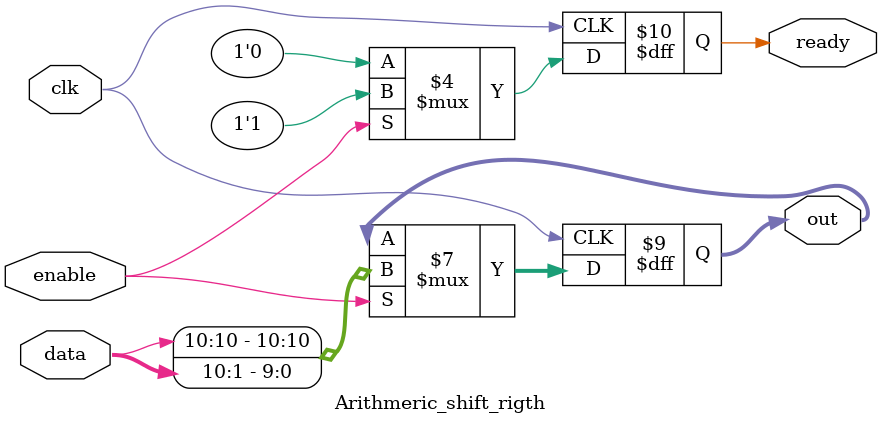
<source format=v>
/**********************************************************************************************
 * Project Name       : Arithmeric_shift_rigth
 * Engineer           : Daniel Diaz Platon
 * Module description : 
 * Target             : 5CSXFC6D6F31C6
 * Date               : 2024/00/00
 **********************************************************************************************/

module Arithmeric_shift_rigth #(parameter WIDTH = 11) 
(
    input                  clk,
    input                  enable,
    input      [WIDTH-1:0] data,
    output reg [WIDTH-1:0] out,
    output reg             ready
);


always @(posedge clk) 
begin
    if (enable == 1'b1) begin
        out     <= {data[WIDTH-1],data[WIDTH-1:1]};
        ready   <= 1'b1;
    end
    else    
        begin
            out     <= out;
            ready   <= 1'b0;
        end
end

endmodule
</source>
